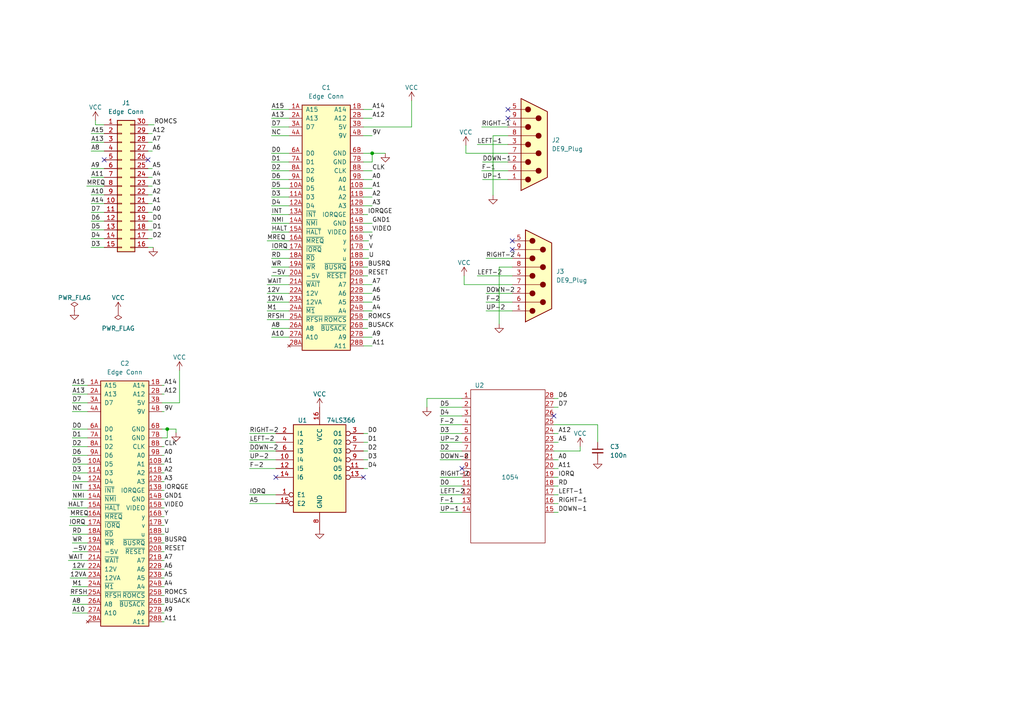
<source format=kicad_sch>
(kicad_sch (version 20230121) (generator eeschema)
  (paper "A4")
  (title_block (title "RAM Turbo"))
  (lib_symbols
    (symbol "74xx:74LS366" (pin_names (offset 1.016))
      (property "Reference" "U" (at -7.62 13.97 0))
      (property "Value" "74LS366" (at -7.62 -13.97 0))
      (symbol "74LS366_1_0"
        (pin input inverted (at -12.7 -7.62 0) (length 5.08) (name "E1") (number "1"))
        (pin input line (at -12.7 2.54 0) (length 5.08) (name "I4") (number "10"))
        (pin tri_state inverted (at 12.7 0 180) (length 5.08) (name "O5") (number "11"))
        (pin input line (at -12.7 0 0) (length 5.08) (name "I5") (number "12"))
        (pin tri_state inverted (at 12.7 -2.54 180) (length 5.08) (name "O6") (number "13"))
        (pin input line (at -12.7 -2.54 0) (length 5.08) (name "I6") (number "14"))
        (pin input inverted (at -12.7 -10.16 0) (length 5.08) (name "E2") (number "15"))
        (pin power_in line (at 0 17.78 270) (length 5.08) (name "VCC") (number "16"))
        (pin input line (at -12.7 10.16 0) (length 5.08) (name "I1") (number "2"))
        (pin tri_state inverted (at 12.7 10.16 180) (length 5.08) (name "O1") (number "3"))
        (pin input line (at -12.7 7.62 0) (length 5.08) (name "I2") (number "4"))
        (pin tri_state inverted (at 12.7 7.62 180) (length 5.08) (name "O2") (number "5"))
        (pin input line (at -12.7 5.08 0) (length 5.08) (name "I3") (number "6"))
        (pin tri_state inverted (at 12.7 5.08 180) (length 5.08) (name "O3") (number "7"))
        (pin power_in line (at 0 -17.78 90) (length 5.08) (name "GND") (number "8"))
        (pin tri_state inverted (at 12.7 2.54 180) (length 5.08) (name "O4") (number "9"))
      )
      (symbol "74LS366_1_1"
        (rectangle (start -7.62 12.7) (end 7.62 -12.7) (stroke (width 0.254)) (fill (type background)))
      )
    )
    (symbol "Connector:DE9_Plug" (pin_names (offset 1.016) hide)
      (property "Reference" "J" (at 0 13.97 0))
      (property "Value" "DE9_Plug" (at 0 -14.605 0))
      (symbol "DE9_Plug_0_1"
        (circle (center -1.778 -10.16) (radius 0.762) (fill (type outline)))
        (circle (center -1.778 -5.08) (radius 0.762) (fill (type outline)))
        (circle (center -1.778 0) (radius 0.762) (fill (type outline)))
        (circle (center -1.778 5.08) (radius 0.762) (fill (type outline)))
        (circle (center -1.778 10.16) (radius 0.762) (fill (type outline)))
        (polyline (pts (xy -3.81 -10.16) (xy -2.54 -10.16)))
        (polyline (pts (xy -3.81 -7.62) (xy 0.508 -7.62)))
        (polyline (pts (xy -3.81 -5.08) (xy -2.54 -5.08)))
        (polyline (pts (xy -3.81 -2.54) (xy 0.508 -2.54)))
        (polyline (pts (xy -3.81 0) (xy -2.54 0)))
        (polyline (pts (xy -3.81 2.54) (xy 0.508 2.54)))
        (polyline (pts (xy -3.81 5.08) (xy -2.54 5.08)))
        (polyline (pts (xy -3.81 7.62) (xy 0.508 7.62)))
        (polyline (pts (xy -3.81 10.16) (xy -2.54 10.16)))
        (polyline (pts (xy -3.81 -13.335) (xy -3.81 13.335) (xy 3.81 9.525) (xy 3.81 -9.525) (xy -3.81 -13.335)) (stroke (width 0.254)) (fill (type background)))
        (circle (center 1.27 -7.62) (radius 0.762) (fill (type outline)))
        (circle (center 1.27 -2.54) (radius 0.762) (fill (type outline)))
        (circle (center 1.27 2.54) (radius 0.762) (fill (type outline)))
        (circle (center 1.27 7.62) (radius 0.762) (fill (type outline)))
      )
      (symbol "DE9_Plug_1_1"
        (pin passive line (at -7.62 -10.16 0) (length 3.81) (name "1") (number "1"))
        (pin passive line (at -7.62 -5.08 0) (length 3.81) (name "2") (number "2"))
        (pin passive line (at -7.62 0 0) (length 3.81) (name "3") (number "3"))
        (pin passive line (at -7.62 5.08 0) (length 3.81) (name "4") (number "4"))
        (pin passive line (at -7.62 10.16 0) (length 3.81) (name "5") (number "5"))
        (pin passive line (at -7.62 -7.62 0) (length 3.81) (name "6") (number "6"))
        (pin passive line (at -7.62 -2.54 0) (length 3.81) (name "7") (number "7"))
        (pin passive line (at -7.62 2.54 0) (length 3.81) (name "8") (number "8"))
        (pin passive line (at -7.62 7.62 0) (length 3.81) (name "9") (number "9"))
      )
    )
    (symbol "Connector_Generic:Conn_02x15_Counter_Clockwise" (pin_names (offset 1.016) hide)
      (property "Reference" "J" (at 1.27 20.32 0))
      (property "Value" "Conn_02x15_Counter_Clockwise" (at 1.27 -20.32 0))
      (symbol "Conn_02x15_Counter_Clockwise_1_1"
        (rectangle (start -1.27 -17.653) (end 0 -17.907) (stroke (width 0.1524)))
        (rectangle (start -1.27 -15.113) (end 0 -15.367) (stroke (width 0.1524)))
        (rectangle (start -1.27 -12.573) (end 0 -12.827) (stroke (width 0.1524)))
        (rectangle (start -1.27 -10.033) (end 0 -10.287) (stroke (width 0.1524)))
        (rectangle (start -1.27 -7.493) (end 0 -7.747) (stroke (width 0.1524)))
        (rectangle (start -1.27 -4.953) (end 0 -5.207) (stroke (width 0.1524)))
        (rectangle (start -1.27 -2.413) (end 0 -2.667) (stroke (width 0.1524)))
        (rectangle (start -1.27 0.127) (end 0 -0.127) (stroke (width 0.1524)))
        (rectangle (start -1.27 2.667) (end 0 2.413) (stroke (width 0.1524)))
        (rectangle (start -1.27 5.207) (end 0 4.953) (stroke (width 0.1524)))
        (rectangle (start -1.27 7.747) (end 0 7.493) (stroke (width 0.1524)))
        (rectangle (start -1.27 10.287) (end 0 10.033) (stroke (width 0.1524)))
        (rectangle (start -1.27 12.827) (end 0 12.573) (stroke (width 0.1524)))
        (rectangle (start -1.27 15.367) (end 0 15.113) (stroke (width 0.1524)))
        (rectangle (start -1.27 17.907) (end 0 17.653) (stroke (width 0.1524)))
        (rectangle (start -1.27 19.05) (end 3.81 -19.05) (stroke (width 0.254)) (fill (type background)))
        (rectangle (start 3.81 -17.653) (end 2.54 -17.907) (stroke (width 0.1524)))
        (rectangle (start 3.81 -15.113) (end 2.54 -15.367) (stroke (width 0.1524)))
        (rectangle (start 3.81 -12.573) (end 2.54 -12.827) (stroke (width 0.1524)))
        (rectangle (start 3.81 -10.033) (end 2.54 -10.287) (stroke (width 0.1524)))
        (rectangle (start 3.81 -7.493) (end 2.54 -7.747) (stroke (width 0.1524)))
        (rectangle (start 3.81 -4.953) (end 2.54 -5.207) (stroke (width 0.1524)))
        (rectangle (start 3.81 -2.413) (end 2.54 -2.667) (stroke (width 0.1524)))
        (rectangle (start 3.81 0.127) (end 2.54 -0.127) (stroke (width 0.1524)))
        (rectangle (start 3.81 2.667) (end 2.54 2.413) (stroke (width 0.1524)))
        (rectangle (start 3.81 5.207) (end 2.54 4.953) (stroke (width 0.1524)))
        (rectangle (start 3.81 7.747) (end 2.54 7.493) (stroke (width 0.1524)))
        (rectangle (start 3.81 10.287) (end 2.54 10.033) (stroke (width 0.1524)))
        (rectangle (start 3.81 12.827) (end 2.54 12.573) (stroke (width 0.1524)))
        (rectangle (start 3.81 15.367) (end 2.54 15.113) (stroke (width 0.1524)))
        (rectangle (start 3.81 17.907) (end 2.54 17.653) (stroke (width 0.1524)))
        (pin passive line (at -5.08 17.78 0) (length 3.81) (name "Pin_1") (number "1"))
        (pin passive line (at -5.08 -5.08 0) (length 3.81) (name "Pin_10") (number "10"))
        (pin passive line (at -5.08 -7.62 0) (length 3.81) (name "Pin_11") (number "11"))
        (pin passive line (at -5.08 -10.16 0) (length 3.81) (name "Pin_12") (number "12"))
        (pin passive line (at -5.08 -12.7 0) (length 3.81) (name "Pin_13") (number "13"))
        (pin passive line (at -5.08 -15.24 0) (length 3.81) (name "Pin_14") (number "14"))
        (pin passive line (at -5.08 -17.78 0) (length 3.81) (name "Pin_15") (number "15"))
        (pin passive line (at 7.62 -17.78 180) (length 3.81) (name "Pin_16") (number "16"))
        (pin passive line (at 7.62 -15.24 180) (length 3.81) (name "Pin_17") (number "17"))
        (pin passive line (at 7.62 -12.7 180) (length 3.81) (name "Pin_18") (number "18"))
        (pin passive line (at 7.62 -10.16 180) (length 3.81) (name "Pin_19") (number "19"))
        (pin passive line (at -5.08 15.24 0) (length 3.81) (name "Pin_2") (number "2"))
        (pin passive line (at 7.62 -7.62 180) (length 3.81) (name "Pin_20") (number "20"))
        (pin passive line (at 7.62 -5.08 180) (length 3.81) (name "Pin_21") (number "21"))
        (pin passive line (at 7.62 -2.54 180) (length 3.81) (name "Pin_22") (number "22"))
        (pin passive line (at 7.62 0 180) (length 3.81) (name "Pin_23") (number "23"))
        (pin passive line (at 7.62 2.54 180) (length 3.81) (name "Pin_24") (number "24"))
        (pin passive line (at 7.62 5.08 180) (length 3.81) (name "Pin_25") (number "25"))
        (pin passive line (at 7.62 7.62 180) (length 3.81) (name "Pin_26") (number "26"))
        (pin passive line (at 7.62 10.16 180) (length 3.81) (name "Pin_27") (number "27"))
        (pin passive line (at 7.62 12.7 180) (length 3.81) (name "Pin_28") (number "28"))
        (pin passive line (at 7.62 15.24 180) (length 3.81) (name "Pin_29") (number "29"))
        (pin passive line (at -5.08 12.7 0) (length 3.81) (name "Pin_3") (number "3"))
        (pin passive line (at 7.62 17.78 180) (length 3.81) (name "Pin_30") (number "30"))
        (pin passive line (at -5.08 10.16 0) (length 3.81) (name "Pin_4") (number "4"))
        (pin passive line (at -5.08 7.62 0) (length 3.81) (name "Pin_5") (number "5"))
        (pin passive line (at -5.08 5.08 0) (length 3.81) (name "Pin_6") (number "6"))
        (pin passive line (at -5.08 2.54 0) (length 3.81) (name "Pin_7") (number "7"))
        (pin passive line (at -5.08 0 0) (length 3.81) (name "Pin_8") (number "8"))
        (pin passive line (at -5.08 -2.54 0) (length 3.81) (name "Pin_9") (number "9"))
      )
    )
    (symbol "Device:C_Small" (pin_numbers hide) (pin_names (offset 0.254) hide)
      (property "Reference" "C" (at 0.254 1.778 0))
      (property "Value" "C_Small" (at 0.254 -2.032 0))
      (symbol "C_Small_0_1"
        (polyline (pts (xy -1.524 -0.508) (xy 1.524 -0.508)) (stroke (width 0.3302)))
        (polyline (pts (xy -1.524 0.508) (xy 1.524 0.508)) (stroke (width 0.3048)))
      )
      (symbol "C_Small_1_1"
        (pin passive line (at 0 2.54 270) (length 2.032) (name "~") (number "1"))
        (pin passive line (at 0 -2.54 90) (length 2.032) (name "~") (number "2"))
      )
    )
    (symbol "RAM Turbo:U"
      (property "Reference" "U" (at 0 0 0))
      (property "Value" "1054" (at 0 0 0))
      (symbol "U_0_1"
        (rectangle (start -6.35 6.35) (end 15.24 -38.1))
      )
      (symbol "U_1_1"
        (pin input line (at -8.89 3.81 0) (length 2.54) (name "") (number "1"))
        (pin input line (at -8.89 -19.05 0) (length 2.54) (name "") (number "10"))
        (pin input line (at -8.89 -21.59 0) (length 2.54) (name "") (number "11"))
        (pin input line (at -8.89 -24.13 0) (length 2.54) (name "") (number "12"))
        (pin input line (at -8.89 -26.67 0) (length 2.54) (name "") (number "13"))
        (pin input line (at -8.89 -29.21 0) (length 2.54) (name "") (number "14"))
        (pin input line (at 17.78 -29.21 180) (length 2.54) (name "") (number "15"))
        (pin input line (at 17.78 -26.67 180) (length 2.54) (name "") (number "16"))
        (pin input line (at 17.78 -24.13 180) (length 2.54) (name "") (number "17"))
        (pin input line (at 17.78 -21.59 180) (length 2.54) (name "") (number "18"))
        (pin input line (at 17.78 -19.05 180) (length 2.54) (name "") (number "19"))
        (pin input line (at -8.89 1.27 0) (length 2.54) (name "") (number "2"))
        (pin input line (at 17.78 -16.51 180) (length 2.54) (name "") (number "20"))
        (pin input line (at 17.78 -13.97 180) (length 2.54) (name "") (number "21"))
        (pin input line (at 17.78 -11.43 180) (length 2.54) (name "") (number "22"))
        (pin input line (at 17.78 -8.89 180) (length 2.54) (name "") (number "23"))
        (pin input line (at 17.78 -6.35 180) (length 2.54) (name "") (number "24"))
        (pin input line (at 17.78 -3.81 180) (length 2.54) (name "") (number "25"))
        (pin input line (at 17.78 -1.27 180) (length 2.54) (name "") (number "26"))
        (pin input line (at 17.78 1.27 180) (length 2.54) (name "") (number "27"))
        (pin input line (at 17.78 3.81 180) (length 2.54) (name "") (number "28"))
        (pin input line (at -8.89 -1.27 0) (length 2.54) (name "") (number "3"))
        (pin input line (at -8.89 -3.81 0) (length 2.54) (name "") (number "4"))
        (pin input line (at -8.89 -6.35 0) (length 2.54) (name "") (number "5"))
        (pin input line (at -8.89 -8.89 0) (length 2.54) (name "") (number "6"))
        (pin input line (at -8.89 -11.43 0) (length 2.54) (name "") (number "7"))
        (pin input line (at -8.89 -13.97 0) (length 2.54) (name "") (number "8"))
        (pin input line (at -8.89 -16.51 0) (length 2.54) (name "") (number "9"))
      )
    )
    (symbol "edge_conn_28x2:Edge_Conn_28x2" (pin_names (offset 1.016))
      (property "Reference" "C" (at 1.27 35.56 0))
      (property "Value" "Edge_Conn_28x2" (at 10.16 -38.1 0))
      (symbol "Edge_Conn_28x2_1_1"
        (rectangle (start -1.27 34.29) (end 12.7 -36.83) (stroke (width 0.254)) (fill (type background)))
        (pin passive line (at -5.08 10.16 0) (length 3.81) (name "D5") (number "10A"))
        (pin passive line (at 16.51 10.16 180) (length 3.81) (name "A1") (number "10B"))
        (pin passive line (at -5.08 7.62 0) (length 3.81) (name "D3") (number "11A"))
        (pin passive line (at 16.51 7.62 180) (length 3.81) (name "A2") (number "11B"))
        (pin passive line (at -5.08 5.08 0) (length 3.81) (name "D4") (number "12A"))
        (pin passive line (at 16.51 5.08 180) (length 3.81) (name "A3") (number "12B"))
        (pin passive line (at -5.08 2.54 0) (length 3.81) (name "~{INT}") (number "13A"))
        (pin passive line (at 16.51 2.54 180) (length 3.81) (name "IORQGE") (number "13B"))
        (pin passive line (at -5.08 0 0) (length 3.81) (name "~{NMI}") (number "14A"))
        (pin passive line (at 16.51 0 180) (length 3.81) (name "GND") (number "14B"))
        (pin passive line (at -5.08 -2.54 0) (length 3.81) (name "~{HALT}") (number "15A"))
        (pin passive line (at 16.51 -2.54 180) (length 3.81) (name "VIDEO") (number "15B"))
        (pin passive line (at -5.08 -5.08 0) (length 3.81) (name "~{MREQ}") (number "16A"))
        (pin passive line (at 16.51 -5.08 180) (length 3.81) (name "y") (number "16B"))
        (pin passive line (at -5.08 -7.62 0) (length 3.81) (name "~{IORQ}") (number "17A"))
        (pin passive line (at 16.51 -7.62 180) (length 3.81) (name "v") (number "17B"))
        (pin passive line (at -5.08 -10.16 0) (length 3.81) (name "~{RD}") (number "18A"))
        (pin passive line (at 16.51 -10.16 180) (length 3.81) (name "u") (number "18B"))
        (pin passive line (at -5.08 -12.7 0) (length 3.81) (name "~{WR}") (number "19A"))
        (pin passive line (at 16.51 -12.7 180) (length 3.81) (name "~{BUSRQ}") (number "19B"))
        (pin passive line (at -5.08 33.02 0) (length 3.81) (name "A15") (number "1A"))
        (pin passive line (at 16.51 33.02 180) (length 3.81) (name "A14") (number "1B"))
        (pin power_out line (at -5.08 -15.24 0) (length 3.81) (name "-5V") (number "20A"))
        (pin passive line (at 16.51 -15.24 180) (length 3.81) (name "~{RESET}") (number "20B"))
        (pin passive line (at -5.08 -17.78 0) (length 3.81) (name "~{WAIT}") (number "21A"))
        (pin passive line (at 16.51 -17.78 180) (length 3.81) (name "A7") (number "21B"))
        (pin power_out line (at -5.08 -20.32 0) (length 3.81) (name "12V") (number "22A"))
        (pin passive line (at 16.51 -20.32 180) (length 3.81) (name "A6") (number "22B"))
        (pin power_out line (at -5.08 -22.86 0) (length 3.81) (name "12VA") (number "23A"))
        (pin passive line (at 16.51 -22.86 180) (length 3.81) (name "A5") (number "23B"))
        (pin passive line (at -5.08 -25.4 0) (length 3.81) (name "~{M1}") (number "24A"))
        (pin passive line (at 16.51 -25.4 180) (length 3.81) (name "A4") (number "24B"))
        (pin passive line (at -5.08 -27.94 0) (length 3.81) (name "~{RFSH}") (number "25A"))
        (pin passive line (at 16.51 -27.94 180) (length 3.81) (name "~{ROMCS}") (number "25B"))
        (pin passive line (at -5.08 -30.48 0) (length 3.81) (name "A8") (number "26A"))
        (pin passive line (at 16.51 -30.48 180) (length 3.81) (name "~{BUSACK}") (number "26B"))
        (pin passive line (at -5.08 -33.02 0) (length 3.81) (name "A10") (number "27A"))
        (pin passive line (at 16.51 -33.02 180) (length 3.81) (name "A9") (number "27B"))
        (pin no_connect line (at -5.08 -35.56 0) (length 3.81) (name "~") (number "28A"))
        (pin passive line (at 16.51 -35.56 180) (length 3.81) (name "A11") (number "28B"))
        (pin passive line (at -5.08 30.48 0) (length 3.81) (name "A13") (number "2A"))
        (pin passive line (at 16.51 30.48 180) (length 3.81) (name "A12") (number "2B"))
        (pin passive line (at -5.08 27.94 0) (length 3.81) (name "D7") (number "3A"))
        (pin passive line (at 16.51 27.94 180) (length 3.81) (name "5V") (number "3B"))
        (pin passive line (at -5.08 25.4 0) (length 3.81) (name "~") (number "4A"))
        (pin power_out line (at 16.51 25.4 180) (length 3.81) (name "9V") (number "4B"))
        (pin passive line (at -5.08 20.32 0) (length 3.81) (name "D0") (number "6A"))
        (pin passive line (at 16.51 20.32 180) (length 3.81) (name "GND") (number "6B"))
        (pin passive line (at -5.08 17.78 0) (length 3.81) (name "D1") (number "7A"))
        (pin passive line (at 16.51 17.78 180) (length 3.81) (name "GND") (number "7B"))
        (pin passive line (at -5.08 15.24 0) (length 3.81) (name "D2") (number "8A"))
        (pin passive line (at 16.51 15.24 180) (length 3.81) (name "CLK") (number "8B"))
        (pin passive line (at -5.08 12.7 0) (length 3.81) (name "D6") (number "9A"))
        (pin passive line (at 16.51 12.7 180) (length 3.81) (name "A0") (number "9B"))
      )
    )
    (symbol "power:GND" (power) (pin_names (offset 0))
      (property "Value" "GND" (at 0 -3.81 0))
      (symbol "GND_0_1"
        (polyline (pts (xy 0 0) (xy 0 -1.27) (xy 1.27 -1.27) (xy 0 -2.54) (xy -1.27 -1.27) (xy 0 -1.27)))
      )
      (symbol "GND_1_1"
        (pin power_in line (at 0 0 270) (length 0) hide (name "GND") (number "1"))
      )
    )
    (symbol "power:PWR_FLAG" (power) (pin_numbers hide) (pin_names (offset 0) hide)
      (property "Value" "PWR_FLAG" (at 0 3.81 0))
      (symbol "PWR_FLAG_0_0"
        (pin power_out line (at 0 0 90) (length 0) (name "pwr") (number "1"))
      )
      (symbol "PWR_FLAG_0_1"
        (polyline (pts (xy 0 0) (xy 0 1.27) (xy -1.016 1.905) (xy 0 2.54) (xy 1.016 1.905) (xy 0 1.27)))
      )
    )
    (symbol "power:VCC" (power) (pin_names (offset 0))
      (property "Value" "VCC" (at 0 3.81 0))
      (symbol "VCC_0_1"
        (polyline (pts (xy -0.762 1.27) (xy 0 2.54)))
        (polyline (pts (xy 0 0) (xy 0 2.54)))
        (polyline (pts (xy 0 2.54) (xy 0.762 1.27)))
      )
      (symbol "VCC_1_1"
        (pin power_in line (at 0 0 90) (length 0) hide (name "VCC") (number "1"))
      )
    )
  )
  (junction (at 107.95 44.45))
  (junction (at 48.514 124.46))
  (no_connect (at 148.59 72.39))
  (no_connect (at 80.01 138.43))
  (no_connect (at 30.226 46.355))
  (no_connect (at 133.985 135.89))
  (no_connect (at 148.59 69.85))
  (no_connect (at 147.32 34.29))
  (no_connect (at 42.926 46.355))
  (no_connect (at 105.41 138.43))
  (no_connect (at 160.655 120.65))
  (no_connect (at 147.32 31.75))
  (wire (pts (xy 139.7 49.53) (xy 147.32 49.53)))
  (wire (pts (xy 78.74 67.31) (xy 83.82 67.31)))
  (wire (pts (xy 78.74 77.47) (xy 83.82 77.47)))
  (wire (pts (xy 160.655 138.43) (xy 161.925 138.43)))
  (wire (pts (xy 26.416 69.215) (xy 30.226 69.215)))
  (wire (pts (xy 134.62 82.55) (xy 134.62 80.01)))
  (wire (pts (xy 46.99 124.46) (xy 48.514 124.46)))
  (wire (pts (xy 77.47 87.63) (xy 83.82 87.63)))
  (wire (pts (xy 46.99 180.34) (xy 47.625 180.34)))
  (wire (pts (xy 19.685 147.32) (xy 25.4 147.32)))
  (wire (pts (xy 105.41 72.39) (xy 106.934 72.39)))
  (wire (pts (xy 72.39 146.05) (xy 80.01 146.05)))
  (wire (pts (xy 42.926 59.055) (xy 44.196 59.055)))
  (wire (pts (xy 105.41 130.81) (xy 106.68 130.81)))
  (wire (pts (xy 105.41 100.33) (xy 107.95 100.33)))
  (wire (pts (xy 160.655 143.51) (xy 161.925 143.51)))
  (wire (pts (xy 52.07 107.442) (xy 52.07 116.84)))
  (wire (pts (xy 105.41 59.69) (xy 107.95 59.69)))
  (wire (pts (xy 42.926 53.975) (xy 44.196 53.975)))
  (wire (pts (xy 77.47 85.09) (xy 83.82 85.09)))
  (wire (pts (xy 160.655 118.11) (xy 161.925 118.11)))
  (wire (pts (xy 42.926 51.435) (xy 44.196 51.435)))
  (wire (pts (xy 26.416 61.595) (xy 30.226 61.595)))
  (wire (pts (xy 72.39 130.81) (xy 80.01 130.81)))
  (wire (pts (xy 72.39 133.35) (xy 80.01 133.35)))
  (wire (pts (xy 20.32 167.64) (xy 25.4 167.64)))
  (wire (pts (xy 20.955 129.54) (xy 25.4 129.54)))
  (wire (pts (xy 78.74 72.39) (xy 83.82 72.39)))
  (wire (pts (xy 135.128 44.45) (xy 147.32 44.45)))
  (wire (pts (xy 78.74 49.53) (xy 83.82 49.53)))
  (wire (pts (xy 46.99 177.8) (xy 47.625 177.8)))
  (wire (pts (xy 77.47 90.17) (xy 83.82 90.17)))
  (wire (pts (xy 20.066 152.4) (xy 25.4 152.4)))
  (wire (pts (xy 26.416 56.515) (xy 30.226 56.515)))
  (wire (pts (xy 46.99 154.94) (xy 47.625 154.94)))
  (wire (pts (xy 127.635 125.73) (xy 133.985 125.73)))
  (wire (pts (xy 25.146 53.975) (xy 30.226 53.975)))
  (wire (pts (xy 20.955 154.94) (xy 25.4 154.94)))
  (wire (pts (xy 46.99 119.38) (xy 47.625 119.38)))
  (wire (pts (xy 20.955 114.3) (xy 25.4 114.3)))
  (wire (pts (xy 20.32 172.72) (xy 25.4 172.72)))
  (wire (pts (xy 140.97 74.93) (xy 148.59 74.93)))
  (wire (pts (xy 160.655 128.27) (xy 161.925 128.27)))
  (wire (pts (xy 78.74 52.07) (xy 83.82 52.07)))
  (wire (pts (xy 46.99 137.16) (xy 47.625 137.16)))
  (wire (pts (xy 127.635 123.19) (xy 133.985 123.19)))
  (wire (pts (xy 160.655 133.35) (xy 161.925 133.35)))
  (wire (pts (xy 78.74 31.75) (xy 83.82 31.75)))
  (wire (pts (xy 20.955 139.7) (xy 25.4 139.7)))
  (wire (pts (xy 105.41 34.29) (xy 107.95 34.29)))
  (wire (pts (xy 46.99 132.08) (xy 47.625 132.08)))
  (wire (pts (xy 160.655 148.59) (xy 161.925 148.59)))
  (wire (pts (xy 77.47 69.85) (xy 83.82 69.85)))
  (wire (pts (xy 138.43 41.91) (xy 147.32 41.91)))
  (wire (pts (xy 127.635 118.11) (xy 133.985 118.11)))
  (wire (pts (xy 51.054 124.46) (xy 51.054 125.476)))
  (wire (pts (xy 148.59 77.47) (xy 144.78 77.47)))
  (wire (pts (xy 20.955 170.18) (xy 25.4 170.18)))
  (wire (pts (xy 105.41 64.77) (xy 107.95 64.77)))
  (wire (pts (xy 46.99 165.1) (xy 47.625 165.1)))
  (wire (pts (xy 148.59 82.55) (xy 134.62 82.55)))
  (wire (pts (xy 127.635 128.27) (xy 133.985 128.27)))
  (wire (pts (xy 26.416 43.815) (xy 30.226 43.815)))
  (wire (pts (xy 168.275 130.81) (xy 160.655 130.81)))
  (wire (pts (xy 26.416 51.435) (xy 30.226 51.435)))
  (wire (pts (xy 46.99 127) (xy 48.514 127)))
  (wire (pts (xy 20.955 177.8) (xy 25.4 177.8)))
  (wire (pts (xy 147.32 39.37) (xy 143.002 39.37)))
  (wire (pts (xy 105.41 135.89) (xy 106.68 135.89)))
  (wire (pts (xy 127.635 148.59) (xy 133.985 148.59)))
  (wire (pts (xy 78.74 54.61) (xy 83.82 54.61)))
  (wire (pts (xy 105.41 36.83) (xy 119.38 36.83)))
  (wire (pts (xy 20.955 127) (xy 25.4 127)))
  (wire (pts (xy 143.002 39.37) (xy 143.002 56.642)))
  (wire (pts (xy 30.226 36.195) (xy 27.686 36.195)))
  (wire (pts (xy 46.99 167.64) (xy 47.625 167.64)))
  (wire (pts (xy 78.74 64.77) (xy 83.82 64.77)))
  (wire (pts (xy 48.514 124.46) (xy 51.054 124.46)))
  (wire (pts (xy 26.416 71.755) (xy 30.226 71.755)))
  (wire (pts (xy 46.99 114.3) (xy 47.625 114.3)))
  (wire (pts (xy 20.32 149.86) (xy 25.4 149.86)))
  (wire (pts (xy 105.41 125.73) (xy 106.68 125.73)))
  (wire (pts (xy 123.825 118.11) (xy 123.825 115.57)))
  (wire (pts (xy 144.78 77.47) (xy 144.78 93.98)))
  (wire (pts (xy 105.41 97.79) (xy 107.95 97.79)))
  (wire (pts (xy 20.955 144.78) (xy 25.4 144.78)))
  (wire (pts (xy 21.082 160.02) (xy 25.4 160.02)))
  (wire (pts (xy 20.955 116.84) (xy 25.4 116.84)))
  (wire (pts (xy 105.41 80.01) (xy 106.68 80.01)))
  (wire (pts (xy 48.514 127) (xy 48.514 124.46)))
  (wire (pts (xy 160.655 123.19) (xy 173.355 123.19)))
  (wire (pts (xy 105.41 52.07) (xy 107.95 52.07)))
  (wire (pts (xy 127.635 130.81) (xy 133.985 130.81)))
  (wire (pts (xy 78.74 97.79) (xy 83.82 97.79)))
  (wire (pts (xy 127.635 120.65) (xy 133.985 120.65)))
  (wire (pts (xy 20.955 157.48) (xy 25.4 157.48)))
  (wire (pts (xy 20.955 119.38) (xy 25.4 119.38)))
  (wire (pts (xy 42.926 36.195) (xy 44.704 36.195)))
  (wire (pts (xy 105.41 82.55) (xy 107.95 82.55)))
  (wire (pts (xy 20.955 111.76) (xy 25.4 111.76)))
  (wire (pts (xy 27.686 36.195) (xy 27.686 34.925)))
  (wire (pts (xy 160.655 140.97) (xy 161.925 140.97)))
  (wire (pts (xy 42.926 43.815) (xy 44.196 43.815)))
  (wire (pts (xy 46.99 111.76) (xy 47.625 111.76)))
  (wire (pts (xy 42.926 56.515) (xy 44.196 56.515)))
  (wire (pts (xy 42.926 71.755) (xy 44.45 71.755)))
  (wire (pts (xy 26.416 41.275) (xy 30.226 41.275)))
  (wire (pts (xy 139.7 36.83) (xy 147.32 36.83)))
  (wire (pts (xy 77.47 92.71) (xy 83.82 92.71)))
  (wire (pts (xy 78.74 62.23) (xy 83.82 62.23)))
  (wire (pts (xy 20.955 175.26) (xy 25.4 175.26)))
  (wire (pts (xy 78.74 46.99) (xy 83.82 46.99)))
  (wire (pts (xy 105.41 44.45) (xy 107.95 44.45)))
  (wire (pts (xy 42.926 61.595) (xy 44.196 61.595)))
  (wire (pts (xy 46.99 170.18) (xy 47.625 170.18)))
  (wire (pts (xy 46.99 147.32) (xy 47.625 147.32)))
  (wire (pts (xy 127.635 133.35) (xy 133.985 133.35)))
  (wire (pts (xy 105.41 95.25) (xy 106.68 95.25)))
  (wire (pts (xy 105.41 69.85) (xy 106.934 69.85)))
  (wire (pts (xy 105.41 49.53) (xy 107.95 49.53)))
  (wire (pts (xy 105.41 74.93) (xy 106.934 74.93)))
  (wire (pts (xy 46.99 139.7) (xy 47.625 139.7)))
  (wire (pts (xy 78.74 39.37) (xy 83.82 39.37)))
  (wire (pts (xy 77.47 82.55) (xy 83.82 82.55)))
  (wire (pts (xy 78.74 59.69) (xy 83.82 59.69)))
  (wire (pts (xy 46.99 144.78) (xy 47.625 144.78)))
  (wire (pts (xy 127.635 138.43) (xy 133.985 138.43)))
  (wire (pts (xy 139.954 52.07) (xy 147.32 52.07)))
  (wire (pts (xy 105.41 62.23) (xy 106.68 62.23)))
  (wire (pts (xy 20.955 124.46) (xy 25.4 124.46)))
  (wire (pts (xy 19.812 162.56) (xy 25.4 162.56)))
  (wire (pts (xy 139.954 46.99) (xy 147.32 46.99)))
  (wire (pts (xy 72.39 143.51) (xy 80.01 143.51)))
  (wire (pts (xy 105.41 128.27) (xy 106.68 128.27)))
  (wire (pts (xy 105.41 77.47) (xy 106.68 77.47)))
  (wire (pts (xy 138.43 80.01) (xy 148.59 80.01)))
  (wire (pts (xy 78.74 74.93) (xy 83.82 74.93)))
  (wire (pts (xy 42.926 48.895) (xy 44.196 48.895)))
  (wire (pts (xy 26.416 48.895) (xy 30.226 48.895)))
  (wire (pts (xy 52.07 116.84) (xy 46.99 116.84)))
  (wire (pts (xy 20.955 142.24) (xy 25.4 142.24)))
  (wire (pts (xy 26.416 64.135) (xy 30.226 64.135)))
  (wire (pts (xy 160.655 115.57) (xy 161.925 115.57)))
  (wire (pts (xy 46.99 129.54) (xy 47.625 129.54)))
  (wire (pts (xy 135.128 42.164) (xy 135.128 44.45)))
  (wire (pts (xy 20.955 134.62) (xy 25.4 134.62)))
  (wire (pts (xy 107.95 44.45) (xy 111.76 44.45)))
  (wire (pts (xy 78.74 44.45) (xy 83.82 44.45)))
  (wire (pts (xy 20.955 132.08) (xy 25.4 132.08)))
  (wire (pts (xy 105.41 57.15) (xy 107.95 57.15)))
  (wire (pts (xy 78.74 36.83) (xy 83.82 36.83)))
  (wire (pts (xy 42.926 69.215) (xy 44.196 69.215)))
  (wire (pts (xy 160.655 146.05) (xy 161.925 146.05)))
  (wire (pts (xy 42.926 41.275) (xy 44.196 41.275)))
  (wire (pts (xy 46.99 152.4) (xy 47.625 152.4)))
  (wire (pts (xy 123.825 115.57) (xy 133.985 115.57)))
  (wire (pts (xy 168.275 129.54) (xy 168.275 130.81)))
  (wire (pts (xy 42.926 38.735) (xy 44.196 38.735)))
  (wire (pts (xy 160.655 135.89) (xy 161.925 135.89)))
  (wire (pts (xy 42.926 66.675) (xy 44.196 66.675)))
  (wire (pts (xy 72.39 135.89) (xy 80.01 135.89)))
  (wire (pts (xy 105.41 92.71) (xy 106.68 92.71)))
  (wire (pts (xy 105.41 54.61) (xy 107.95 54.61)))
  (wire (pts (xy 46.99 162.56) (xy 47.625 162.56)))
  (wire (pts (xy 105.41 46.99) (xy 107.95 46.99)))
  (wire (pts (xy 46.99 157.48) (xy 47.625 157.48)))
  (wire (pts (xy 105.41 90.17) (xy 107.95 90.17)))
  (wire (pts (xy 127.635 140.97) (xy 133.985 140.97)))
  (wire (pts (xy 140.97 87.63) (xy 148.59 87.63)))
  (wire (pts (xy 105.41 39.37) (xy 107.95 39.37)))
  (wire (pts (xy 46.99 160.02) (xy 47.625 160.02)))
  (wire (pts (xy 78.74 57.15) (xy 83.82 57.15)))
  (wire (pts (xy 46.99 175.26) (xy 47.625 175.26)))
  (wire (pts (xy 119.38 29.21) (xy 119.38 36.83)))
  (wire (pts (xy 46.99 172.72) (xy 47.625 172.72)))
  (wire (pts (xy 20.955 165.1) (xy 25.4 165.1)))
  (wire (pts (xy 26.416 59.055) (xy 30.226 59.055)))
  (wire (pts (xy 46.99 149.86) (xy 47.625 149.86)))
  (wire (pts (xy 42.926 64.135) (xy 44.196 64.135)))
  (wire (pts (xy 78.74 80.01) (xy 83.82 80.01)))
  (wire (pts (xy 127.635 143.51) (xy 133.985 143.51)))
  (wire (pts (xy 46.99 142.24) (xy 47.625 142.24)))
  (wire (pts (xy 78.74 95.25) (xy 83.82 95.25)))
  (wire (pts (xy 72.39 128.27) (xy 80.01 128.27)))
  (wire (pts (xy 127.635 146.05) (xy 133.985 146.05)))
  (wire (pts (xy 105.41 67.31) (xy 107.95 67.31)))
  (wire (pts (xy 105.41 31.75) (xy 107.95 31.75)))
  (wire (pts (xy 46.99 134.62) (xy 47.625 134.62)))
  (wire (pts (xy 160.655 125.73) (xy 161.925 125.73)))
  (wire (pts (xy 105.41 133.35) (xy 106.68 133.35)))
  (wire (pts (xy 78.74 34.29) (xy 83.82 34.29)))
  (wire (pts (xy 20.955 137.16) (xy 25.4 137.16)))
  (wire (pts (xy 140.97 85.09) (xy 148.59 85.09)))
  (wire (pts (xy 26.416 66.675) (xy 30.226 66.675)))
  (wire (pts (xy 107.95 46.99) (xy 107.95 44.45)))
  (wire (pts (xy 105.41 85.09) (xy 107.95 85.09)))
  (wire (pts (xy 105.41 87.63) (xy 107.95 87.63)))
  (wire (pts (xy 140.97 90.17) (xy 148.59 90.17)))
  (wire (pts (xy 173.355 123.19) (xy 173.355 128.27)))
  (wire (pts (xy 26.416 38.735) (xy 30.226 38.735)))
  (wire (pts (xy 72.39 125.73) (xy 80.01 125.73)))
  (label "A15" (at 26.416 38.735 0))
  (label "IORQ" (at 161.925 138.43 0))
  (label "A9" (at 26.416 48.895 0))
  (label "A3" (at 47.625 139.7 0))
  (label "WR" (at 20.955 157.48 0))
  (label "A13" (at 78.74 34.29 0))
  (label "D2" (at 78.74 49.53 0))
  (label "BUSACK" (at 47.625 175.26 0))
  (label "A11" (at 161.925 135.89 0))
  (label "UP-1" (at 139.954 52.07 0))
  (label "ROMCS" (at 44.704 36.195 0))
  (label "Y" (at 106.934 69.85 0))
  (label "F-2" (at 140.97 87.63 0))
  (label "D6" (at 26.416 64.135 0))
  (label "D1" (at 78.74 46.99 0))
  (label "MREQ" (at 20.32 149.86 0))
  (label "IORQGE" (at 47.625 142.24 0))
  (label "LEFT-1" (at 161.925 143.51 0))
  (label "D3" (at 106.68 133.35 0))
  (label "A0" (at 44.196 61.595 0))
  (label "RESET" (at 106.68 80.01 0))
  (label "LEFT-2" (at 72.39 128.27 0))
  (label "BUSACK" (at 106.68 95.25 0))
  (label "GND1" (at 47.625 144.78 0))
  (label "INT" (at 20.955 142.24 0))
  (label "D0" (at 127.635 140.97 0))
  (label "A12" (at 47.625 114.3 0))
  (label "A9" (at 47.625 177.8 0))
  (label "A7" (at 107.95 82.55 0))
  (label "RD" (at 20.955 154.94 0))
  (label "D3" (at 127.635 125.73 0))
  (label "A15" (at 78.74 31.75 0))
  (label "IORQGE" (at 106.68 62.23 0))
  (label "CLK" (at 47.625 129.54 0))
  (label "LEFT-1" (at 138.43 41.91 0))
  (label "BUSRQ" (at 106.68 77.47 0))
  (label "A7" (at 47.625 162.56 0))
  (label "D0" (at 106.68 125.73 0))
  (label "D3" (at 78.74 57.15 0))
  (label "A4" (at 44.196 51.435 0))
  (label "IORQ" (at 20.066 152.4 0))
  (label "D1" (at 20.955 127 0))
  (label "A13" (at 20.955 114.3 0))
  (label "A3" (at 44.196 53.975 0))
  (label "D5" (at 127.635 118.11 0))
  (label "A8" (at 26.416 43.815 0))
  (label "D3" (at 26.416 71.755 0))
  (label "9V" (at 107.95 39.37 0))
  (label "MREQ" (at 25.146 53.975 0))
  (label "RFSH" (at 20.32 172.72 0))
  (label "A8" (at 78.74 95.25 0))
  (label "WAIT" (at 19.812 162.56 0))
  (label "A2" (at 44.196 56.515 0))
  (label "CLK" (at 107.95 49.53 0))
  (label "A14" (at 47.625 111.76 0))
  (label "RD" (at 78.74 74.93 0))
  (label "D4" (at 78.74 59.69 0))
  (label "DOWN-2" (at 127.635 133.35 0))
  (label "A11" (at 47.625 180.34 0))
  (label "D6" (at 20.955 132.08 0))
  (label "M1" (at 20.955 170.18 0))
  (label "12V" (at 20.955 165.1 0))
  (label "D1" (at 106.68 128.27 0))
  (label "D5" (at 78.74 54.61 0))
  (label "NC" (at 78.74 39.37 0))
  (label "VIDEO" (at 47.625 147.32 0))
  (label "A4" (at 47.625 170.18 0))
  (label "DOWN-2" (at 140.97 85.09 0))
  (label "A1" (at 107.95 54.61 0))
  (label "D2" (at 127.635 130.81 0))
  (label "NMI" (at 78.74 64.77 0))
  (label "NC" (at 20.955 119.38 0))
  (label "RIGHT-1" (at 139.7 36.83 0))
  (label "DOWN-2" (at 72.39 130.81 0))
  (label "RIGHT-2" (at 127.635 138.43 0))
  (label "RIGHT-1" (at 161.925 146.05 0))
  (label "V" (at 106.934 72.39 0))
  (label "U" (at 47.625 154.94 0))
  (label "A1" (at 47.625 134.62 0))
  (label "A5" (at 44.196 48.895 0))
  (label "A11" (at 26.416 51.435 0))
  (label "D2" (at 44.196 69.215 0))
  (label "A12" (at 161.925 125.73 0))
  (label "D1" (at 44.196 66.675 0))
  (label "ROMCS" (at 47.625 172.72 0))
  (label "D4" (at 26.416 69.215 0))
  (label "MREQ" (at 77.47 69.85 0))
  (label "D7" (at 78.74 36.83 0))
  (label "D4" (at 106.68 135.89 0))
  (label "D7" (at 161.925 118.11 0))
  (label "F-2" (at 72.39 135.89 0))
  (label "-5V" (at 21.082 160.02 0))
  (label "A9" (at 107.95 97.79 0))
  (label "INT" (at 78.74 62.23 0))
  (label "UP-2" (at 127.635 128.27 0))
  (label "A8" (at 20.955 175.26 0))
  (label "D7" (at 20.955 116.84 0))
  (label "A1" (at 44.196 59.055 0))
  (label "A11" (at 107.95 100.33 0))
  (label "U" (at 106.934 74.93 0))
  (label "A14" (at 107.95 31.75 0))
  (label "LEFT-2" (at 127.635 143.51 0))
  (label "V" (at 47.625 152.4 0))
  (label "A6" (at 44.196 43.815 0))
  (label "NMI" (at 20.955 144.78 0))
  (label "A13" (at 26.416 41.275 0))
  (label "A2" (at 107.95 57.15 0))
  (label "IORQ" (at 78.74 72.39 0))
  (label "-5V" (at 78.74 80.01 0))
  (label "A5" (at 47.625 167.64 0))
  (label "UP-2" (at 72.39 133.35 0))
  (label "A4" (at 107.95 90.17 0))
  (label "A6" (at 47.625 165.1 0))
  (label "UP-1" (at 127.635 148.59 0))
  (label "F-1" (at 127.635 146.05 0))
  (label "D6" (at 78.74 52.07 0))
  (label "A14" (at 26.416 59.055 0))
  (label "9V" (at 47.625 119.38 0))
  (label "A10" (at 78.74 97.79 0))
  (label "F-1" (at 139.7 49.53 0))
  (label "VIDEO" (at 107.95 67.31 0))
  (label "A2" (at 47.625 137.16 0))
  (label "IORQ" (at 72.39 143.51 0))
  (label "A6" (at 107.95 85.09 0))
  (label "A3" (at 107.95 59.69 0))
  (label "D4" (at 20.955 139.7 0))
  (label "RESET" (at 47.625 160.02 0))
  (label "M1" (at 77.47 90.17 0))
  (label "A7" (at 44.196 41.275 0))
  (label "D5" (at 20.955 134.62 0))
  (label "D7" (at 26.416 61.595 0))
  (label "A0" (at 107.95 52.07 0))
  (label "12VA" (at 20.32 167.64 0))
  (label "D0" (at 20.955 124.46 0))
  (label "D2" (at 106.68 130.81 0))
  (label "12V" (at 77.47 85.09 0))
  (label "D0" (at 44.196 64.135 0))
  (label "D3" (at 20.955 137.16 0))
  (label "LEFT-2" (at 138.43 80.01 0))
  (label "WR" (at 78.74 77.47 0))
  (label "D2" (at 20.955 129.54 0))
  (label "RD" (at 161.925 140.97 0))
  (label "HALT" (at 19.685 147.32 0))
  (label "A12" (at 44.196 38.735 0))
  (label "A15" (at 20.955 111.76 0))
  (label "BUSRQ" (at 47.625 157.48 0))
  (label "D6" (at 161.925 115.57 0))
  (label "D0" (at 78.74 44.45 0))
  (label "Y" (at 47.625 149.86 0))
  (label "12VA" (at 77.47 87.63 0))
  (label "A10" (at 26.416 56.515 0))
  (label "GND1" (at 107.95 64.77 0))
  (label "RFSH" (at 77.47 92.71 0))
  (label "RIGHT-2" (at 140.97 74.93 0))
  (label "A10" (at 20.955 177.8 0))
  (label "ROMCS" (at 106.68 92.71 0))
  (label "D4" (at 127.635 120.65 0))
  (label "A5" (at 107.95 87.63 0))
  (label "A12" (at 107.95 34.29 0))
  (label "WAIT" (at 77.47 82.55 0))
  (label "HALT" (at 78.74 67.31 0))
  (label "UP-2" (at 140.97 90.17 0))
  (label "F-2" (at 127.635 123.19 0))
  (label "A0" (at 47.625 132.08 0))
  (label "DOWN-1" (at 139.954 46.99 0))
  (label "RIGHT-2" (at 72.39 125.73 0))
  (label "A5" (at 72.39 146.05 0))
  (label "A0" (at 161.925 133.35 0))
  (label "A5" (at 161.925 128.27 0))
  (label "D5" (at 26.416 66.675 0))
  (label "DOWN-1" (at 161.925 148.59 0))
  (symbol (lib_id "power:VCC") (at 34.29 90.17 0) (unit 1)
    (property "Reference" "#PWR013" (effects hide))
    (property "Value" "VCC" (at 34.29 86.36 0))
  )
  (symbol (lib_id "power:VCC") (at 119.38 29.21 0) (unit 1)
    (property "Reference" "#PWR02" (effects hide))
    (property "Value" "VCC" (at 119.38 25.4 0))
  )
  (symbol (lib_id "power:PWR_FLAG") (at 34.29 90.17 180) (unit 1)
    (property "Reference" "#FLG02" (effects hide))
    (property "Value" "PWR_FLAG" (at 34.29 95.25 0))
  )
  (symbol (lib_id "74xx:74LS366") (at 92.71 135.89 0) (unit 1)
    (property "Reference" "U1" (at 86.36 121.92 0) (effects (justify left)))
    (property "Value" "74LS366" (at 94.6659 121.92 0) (effects (justify left)))
    (property "Footprint" "Package_DIP:DIP-16_W7.62mm" (effects hide))
    (property "Datasheet" "http://www.ti.com/lit/gpn/sn74LS366" (effects hide))
  )
  (symbol (lib_id "power:GND") (at 92.71 153.67 0) (unit 1)
    (property "Reference" "#PWR07" (effects hide))
    (property "Value" "GND" (effects hide))
  )
  (symbol (lib_id "power:GND") (at 44.45 71.755 0) (unit 1)
    (property "Reference" "#PWR011" (effects hide))
    (property "Value" "GND" (effects hide))
  )
  (symbol (lib_id "power:VCC") (at 135.128 42.164 0) (unit 1)
    (property "Reference" "#PWR015" (effects hide))
    (property "Value" "VCC" (at 135.128 38.354 0))
  )
  (symbol (lib_id "RAM Turbo:U") (at 142.875 119.38 0) (unit 1)
    (property "Reference" "U2" (at 139.065 111.76 0))
    (property "Value" "1054" (at 147.955 138.43 0))
    (property "Footprint" "Package_DIP:DIP-28_W15.24mm" (effects hide))
  )
  (symbol (lib_id "power:VCC") (at 134.62 80.01 0) (unit 1)
    (property "Reference" "#PWR016" (effects hide))
    (property "Value" "VCC" (at 134.62 76.2 0))
  )
  (symbol (lib_id "power:GND") (at 143.002 56.642 0) (unit 1)
    (property "Reference" "#PWR014" (effects hide))
    (property "Value" "GND" (effects hide))
  )
  (symbol (lib_id "power:GND") (at 144.78 93.98 0) (unit 1)
    (property "Reference" "#PWR09" (effects hide))
    (property "Value" "GND" (effects hide))
  )
  (symbol (lib_id "Connector:DE9_Plug") (at 154.94 41.91 0) (unit 1)
    (property "Reference" "J2" (at 160.02 40.64 0) (effects (justify left)))
    (property "Value" "DE9_Plug" (at 160.02 43.18 0) (effects (justify left)))
    (property "Footprint" "Connector_Dsub:DSUB-9_Female_Horizontal_P2.77x2.84mm_EdgePinOffset4.94mm_Housed_MountingHolesOffset7.48mm" (effects hide))
    (property "Datasheet" " ~" (effects hide))
  )
  (symbol (lib_id "power:VCC") (at 92.71 118.11 0) (unit 1)
    (property "Reference" "#PWR018" (effects hide))
    (property "Value" "VCC" (at 92.71 114.3 0))
  )
  (symbol (lib_id "edge_conn_28x2:Edge_Conn_28x2") (at 30.48 144.78 0) (unit 1)
    (property "Reference" "C2" (at 36.195 105.41 0))
    (property "Value" "Edge Conn" (at 36.195 107.95 0))
    (property "Footprint" "Conn:ZX_CONN" (effects hide))
  )
  (symbol (lib_id "power:GND") (at 51.054 125.476 0) (unit 1)
    (property "Reference" "#PWR08" (effects hide))
    (property "Value" "GND" (effects hide))
  )
  (symbol (lib_id "edge_conn_28x2:Edge_Conn_28x2") (at 88.9 64.77 0) (unit 1)
    (property "Reference" "C1" (at 94.615 25.4 0))
    (property "Value" "Edge Conn" (at 94.615 27.94 0))
    (property "Footprint" "Conn:ZX_CONN" (effects hide))
  )
  (symbol (lib_id "power:VCC") (at 52.07 107.442 0) (unit 1)
    (property "Reference" "#PWR019" (effects hide))
    (property "Value" "VCC" (at 52.07 103.632 0))
  )
  (symbol (lib_id "Device:C_Small") (at 173.355 130.81 0) (unit 1)
    (property "Reference" "C3" (at 176.911 129.5463 0) (effects (justify left)))
    (property "Value" "100n" (at 176.911 132.0863 0) (effects (justify left)))
    (property "Footprint" "Capacitor_THT:C_Disc_D4.3mm_W1.9mm_P5.00mm" (effects hide))
  )
  (symbol (lib_id "power:VCC") (at 27.686 34.925 0) (unit 1)
    (property "Reference" "#PWR03" (effects hide))
    (property "Value" "VCC" (at 27.686 31.115 0))
  )
  (symbol (lib_id "power:VCC") (at 168.275 129.54 0) (unit 1)
    (property "Reference" "#PWR017" (effects hide))
    (property "Value" "VCC" (at 168.275 125.73 0))
  )
  (symbol (lib_id "power:GND") (at 123.825 118.11 0) (unit 1)
    (property "Reference" "#PWR01" (effects hide))
    (property "Value" "GND" (effects hide))
  )
  (symbol (lib_id "Connector_Generic:Conn_02x15_Counter_Clockwise") (at 35.306 53.975 0) (unit 1)
    (property "Reference" "J1" (at 36.576 29.845 0))
    (property "Value" "Edge Conn" (at 36.576 32.385 0))
    (property "Footprint" "Conn:ZX Spectrum 2" (effects hide))
  )
  (symbol (lib_id "power:GND") (at 111.76 44.45 0) (unit 1)
    (property "Reference" "#PWR04" (effects hide))
    (property "Value" "GND" (effects hide))
  )
  (symbol (lib_id "power:GND") (at 21.59 90.17 0) (unit 1)
    (property "Reference" "#PWR010" (effects hide))
    (property "Value" "GND" (effects hide))
  )
  (symbol (lib_id "power:GND") (at 173.355 133.35 0) (unit 1)
    (property "Reference" "#PWR06" (effects hide))
    (property "Value" "GND" (effects hide))
  )
  (symbol (lib_id "Connector:DE9_Plug") (at 156.21 80.01 0) (unit 1)
    (property "Reference" "J3" (at 161.29 78.74 0) (effects (justify left)))
    (property "Value" "DE9_Plug" (at 161.29 81.28 0) (effects (justify left)))
    (property "Footprint" "Connector_Dsub:DSUB-9_Female_Horizontal_P2.77x2.84mm_EdgePinOffset4.94mm_Housed_MountingHolesOffset7.48mm" (effects hide))
    (property "Datasheet" " ~" (effects hide))
  )
  (symbol (lib_id "power:PWR_FLAG") (at 21.59 90.17 0) (unit 1)
    (property "Reference" "#FLG01" (effects hide))
    (property "Value" "PWR_FLAG" (at 21.59 86.36 0))
  )
)
</source>
